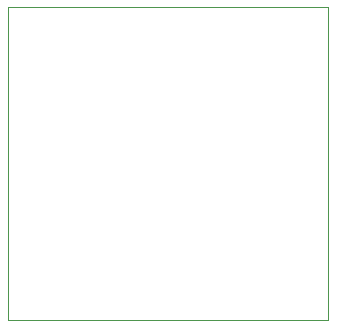
<source format=gbr>
%TF.GenerationSoftware,KiCad,Pcbnew,9.0.3*%
%TF.CreationDate,2025-11-25T19:37:03-05:00*%
%TF.ProjectId,Wren,5772656e-2e6b-4696-9361-645f70636258,rev?*%
%TF.SameCoordinates,Original*%
%TF.FileFunction,Profile,NP*%
%FSLAX46Y46*%
G04 Gerber Fmt 4.6, Leading zero omitted, Abs format (unit mm)*
G04 Created by KiCad (PCBNEW 9.0.3) date 2025-11-25 19:37:03*
%MOMM*%
%LPD*%
G01*
G04 APERTURE LIST*
%TA.AperFunction,Profile*%
%ADD10C,0.050000*%
%TD*%
G04 APERTURE END LIST*
D10*
X85700000Y-165400000D02*
X112800000Y-165400000D01*
X112800000Y-191850000D01*
X85700000Y-191850000D01*
X85700000Y-165400000D01*
M02*

</source>
